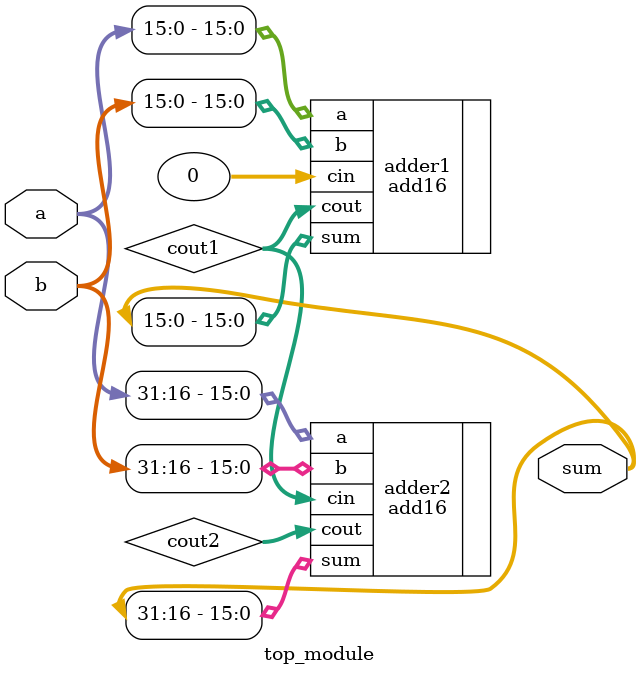
<source format=v>
module top_module(
    input [31:0] a,
    input [31:0] b,
    output [31:0] sum
);
    wire [15:0] cout1;
    wire [15:0] cout2;
    add16 adder1(.cin(0),.a(a[15:0]),.b(b[15:0]),.sum(sum[15:0]),.cout(cout1));
    add16 adder2(.cin(cout1),.a(a[31:16]),.b(b[31:16]),.sum(sum[31:16]),.cout(cout2));
endmodule
</source>
